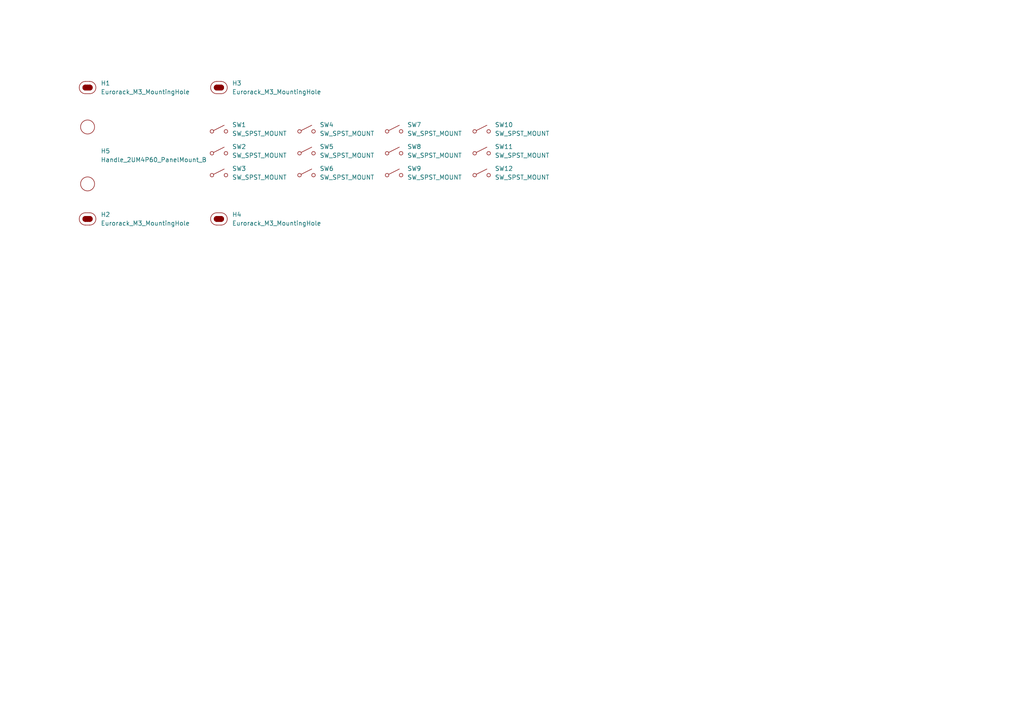
<source format=kicad_sch>
(kicad_sch (version 20250114) (generator "eeschema") (generator_version "9.0")
  (paper "A4")
  (lib_symbols
    (symbol "EXC:Eurorack_M3_MountingHole" (pin_names (offset 1.016))
      (property "Reference" "H" (at 0 5.08 0))
      (property "Value" "Eurorack_M3_MountingHole" (at 0 3.175 0))
      (symbol "Eurorack_M3_MountingHole_0_1"
        (polyline (pts (xy -0.635 0.762) (xy 0.635 0.762)))
        (circle (center -0.635 0) (radius 0.762) (fill (type outline)))
        (arc (start -0.635 -0.762) (mid -1.397 0) (end -0.635 0.762))
        (arc (start -0.635 -1.778) (mid -2.413 0) (end -0.635 1.778))
        (polyline (pts (xy -0.635 -0.762) (xy 0.635 -0.762)))
        (polyline (pts (xy -0.635 -1.778) (xy 0.635 -1.778)))
        (circle (center 0 0) (radius 0.762) (fill (type outline)))
        (polyline (pts (xy 0.635 1.778) (xy -0.635 1.778)))
        (arc (start 0.6141 1.778) (mid 2.4131 0) (end 0.6141 -1.778))
        (arc (start 0.6227 0.762) (mid 1.3971 0) (end 0.6227 -0.762))
        (circle (center 0.635 0) (radius 0.762) (fill (type outline)))
      )
    )
    (symbol "EXC:Handle_2UM4P60_B"
      (property "Reference" "H" (at 0 -3.302 0))
      (property "Value" "Handle_2UM4P60_PanelMount_B" (at 0.254 -21.336 0))
      (symbol "Handle_2UM4P60_B_0_1"
        (circle (center 0 0) (radius 2.032))
        (circle (center 0 -16.51) (radius 2.032))
      )
    )
    (symbol "EXC:SW_SPST-Cherry_Panel_Mount" (pin_names (offset 0) (hide yes))
      (property "Reference" "SW" (at 0 3.175 0))
      (property "Value" "SW_SPST_MOUNT" (at 0 -2.032 0))
      (symbol "SW_SPST-Cherry_Panel_Mount_0_0"
        (circle (center -2.032 0) (radius 0.508))
        (polyline (pts (xy -1.524 0.254) (xy 1.524 1.778)))
        (circle (center 2.032 0) (radius 0.508))
      )
    )
  )
  (symbol (lib_id "EXC:SW_SPST-Cherry_Panel_Mount") (at 88.9 38.1 0) (unit 1)
    (property "Reference" "SW4" (at 92.71 36.1949 0) (effects (justify left)))
    (property "Value" "SW_SPST_MOUNT" (at 92.71 38.7349 0) (effects (justify left)))
    (property "Footprint" "EXC:SW_Cherry_MX_1.00u_Mount" (effects (hide yes)))
    (property "Datasheet" "https://hirosarts.com/blog/keycap-dimensions-guide-for-beginners/" (effects (hide yes)))
    (property "Description" "Single Pole Single Throw (SPST) panel-mount switch" (effects (hide yes)))
    (property "Source" "https://www.adafruit.com/product/4954" (effects (hide yes)))
  )
  (symbol (lib_id "EXC:SW_SPST-Cherry_Panel_Mount") (at 88.9 44.45 0) (unit 1)
    (property "Reference" "SW5" (at 92.71 42.5449 0) (effects (justify left)))
    (property "Value" "SW_SPST_MOUNT" (at 92.71 45.0849 0) (effects (justify left)))
    (property "Footprint" "EXC:SW_Cherry_MX_1.00u_Mount" (effects (hide yes)))
    (property "Datasheet" "https://hirosarts.com/blog/keycap-dimensions-guide-for-beginners/" (effects (hide yes)))
    (property "Description" "Single Pole Single Throw (SPST) panel-mount switch" (effects (hide yes)))
    (property "Source" "https://www.adafruit.com/product/4954" (effects (hide yes)))
  )
  (symbol (lib_id "EXC:SW_SPST-Cherry_Panel_Mount") (at 63.5 50.8 0) (unit 1)
    (property "Reference" "SW3" (at 67.31 48.8949 0) (effects (justify left)))
    (property "Value" "SW_SPST_MOUNT" (at 67.31 51.4349 0) (effects (justify left)))
    (property "Footprint" "EXC:SW_Cherry_MX_1.00u_Mount" (effects (hide yes)))
    (property "Datasheet" "https://hirosarts.com/blog/keycap-dimensions-guide-for-beginners/" (effects (hide yes)))
    (property "Description" "Single Pole Single Throw (SPST) panel-mount switch" (effects (hide yes)))
    (property "Source" "https://www.adafruit.com/product/4954" (effects (hide yes)))
  )
  (symbol (lib_id "EXC:Handle_2UM4P60_B") (at 25.4 36.83 0) (unit 1)
    (property "Reference" "H5" (at 29.21 43.8149 0) (effects (justify left)))
    (property "Value" "Handle_2UM4P60_PanelMount_B" (at 29.21 46.3549 0) (effects (justify left)))
    (property "Footprint" "EXC:Handle_2UM4P60_B" (effects (hide yes)))
    (property "Datasheet" "https://ae-pic-a1.aliexpress-media.com/kf/Sbae1622782804f9f92841f71c2bff088U.jpg" (effects (hide yes)))
    (property "Description" "The part of the handle that has the holes for the screws' heads" (effects (hide yes)))
    (property "Source" "https://www.aliexpress.com/item/1005007166949940.html" (effects (hide yes)))
  )
  (symbol (lib_id "EXC:SW_SPST-Cherry_Panel_Mount") (at 63.5 38.1 0) (unit 1)
    (property "Reference" "SW1" (at 67.31 36.1949 0) (effects (justify left)))
    (property "Value" "SW_SPST_MOUNT" (at 67.31 38.7349 0) (effects (justify left)))
    (property "Footprint" "EXC:SW_Cherry_MX_1.00u_Mount" (effects (hide yes)))
    (property "Datasheet" "https://hirosarts.com/blog/keycap-dimensions-guide-for-beginners/" (effects (hide yes)))
    (property "Description" "Single Pole Single Throw (SPST) panel-mount switch" (effects (hide yes)))
    (property "Source" "https://www.adafruit.com/product/4954" (effects (hide yes)))
  )
  (symbol (lib_id "EXC:SW_SPST-Cherry_Panel_Mount") (at 139.7 44.45 0) (unit 1)
    (property "Reference" "SW11" (at 143.51 42.5449 0) (effects (justify left)))
    (property "Value" "SW_SPST_MOUNT" (at 143.51 45.0849 0) (effects (justify left)))
    (property "Footprint" "EXC:SW_Cherry_MX_1.00u_Mount" (effects (hide yes)))
    (property "Datasheet" "https://hirosarts.com/blog/keycap-dimensions-guide-for-beginners/" (effects (hide yes)))
    (property "Description" "Single Pole Single Throw (SPST) panel-mount switch" (effects (hide yes)))
    (property "Source" "https://www.adafruit.com/product/4954" (effects (hide yes)))
  )
  (symbol (lib_id "EXC:SW_SPST-Cherry_Panel_Mount") (at 63.5 44.45 0) (unit 1)
    (property "Reference" "SW2" (at 67.31 42.5449 0) (effects (justify left)))
    (property "Value" "SW_SPST_MOUNT" (at 67.31 45.0849 0) (effects (justify left)))
    (property "Footprint" "EXC:SW_Cherry_MX_1.00u_Mount" (effects (hide yes)))
    (property "Datasheet" "https://hirosarts.com/blog/keycap-dimensions-guide-for-beginners/" (effects (hide yes)))
    (property "Description" "Single Pole Single Throw (SPST) panel-mount switch" (effects (hide yes)))
    (property "Source" "https://www.adafruit.com/product/4954" (effects (hide yes)))
  )
  (symbol (lib_id "EXC:SW_SPST-Cherry_Panel_Mount") (at 114.3 50.8 0) (unit 1)
    (property "Reference" "SW9" (at 118.11 48.8949 0) (effects (justify left)))
    (property "Value" "SW_SPST_MOUNT" (at 118.11 51.4349 0) (effects (justify left)))
    (property "Footprint" "EXC:SW_Cherry_MX_1.00u_Mount" (effects (hide yes)))
    (property "Datasheet" "https://hirosarts.com/blog/keycap-dimensions-guide-for-beginners/" (effects (hide yes)))
    (property "Description" "Single Pole Single Throw (SPST) panel-mount switch" (effects (hide yes)))
    (property "Source" "https://www.adafruit.com/product/4954" (effects (hide yes)))
  )
  (symbol (lib_id "EXC:SW_SPST-Cherry_Panel_Mount") (at 114.3 38.1 0) (unit 1)
    (property "Reference" "SW7" (at 118.11 36.1949 0) (effects (justify left)))
    (property "Value" "SW_SPST_MOUNT" (at 118.11 38.7349 0) (effects (justify left)))
    (property "Footprint" "EXC:SW_Cherry_MX_1.00u_Mount" (effects (hide yes)))
    (property "Datasheet" "https://hirosarts.com/blog/keycap-dimensions-guide-for-beginners/" (effects (hide yes)))
    (property "Description" "Single Pole Single Throw (SPST) panel-mount switch" (effects (hide yes)))
    (property "Source" "https://www.adafruit.com/product/4954" (effects (hide yes)))
  )
  (symbol (lib_id "EXC:Eurorack_M3_MountingHole") (at 25.4 63.5 0) (unit 1)
    (property "Reference" "H2" (at 29.21 62.2299 0) (effects (justify left)))
    (property "Value" "Eurorack_M3_MountingHole" (at 29.21 64.7699 0) (effects (justify left)))
    (property "Footprint" "EXC:MountingHole_3.2mm_M3" (effects (hide yes)))
    (property "Description" "Mounting Hole without connection" (effects (hide yes)))
  )
  (symbol (lib_id "EXC:SW_SPST-Cherry_Panel_Mount") (at 114.3 44.45 0) (unit 1)
    (property "Reference" "SW8" (at 118.11 42.5449 0) (effects (justify left)))
    (property "Value" "SW_SPST_MOUNT" (at 118.11 45.0849 0) (effects (justify left)))
    (property "Footprint" "EXC:SW_Cherry_MX_1.00u_Mount" (effects (hide yes)))
    (property "Datasheet" "https://hirosarts.com/blog/keycap-dimensions-guide-for-beginners/" (effects (hide yes)))
    (property "Description" "Single Pole Single Throw (SPST) panel-mount switch" (effects (hide yes)))
    (property "Source" "https://www.adafruit.com/product/4954" (effects (hide yes)))
  )
  (symbol (lib_id "EXC:Eurorack_M3_MountingHole") (at 63.5 25.4 0) (unit 1)
    (property "Reference" "H3" (at 67.31 24.1299 0) (effects (justify left)))
    (property "Value" "Eurorack_M3_MountingHole" (at 67.31 26.6699 0) (effects (justify left)))
    (property "Footprint" "EXC:MountingHole_3.2mm_M3" (effects (hide yes)))
    (property "Description" "Mounting Hole without connection" (effects (hide yes)))
  )
  (symbol (lib_id "EXC:SW_SPST-Cherry_Panel_Mount") (at 139.7 38.1 0) (unit 1)
    (property "Reference" "SW10" (at 143.51 36.1949 0) (effects (justify left)))
    (property "Value" "SW_SPST_MOUNT" (at 143.51 38.7349 0) (effects (justify left)))
    (property "Footprint" "EXC:SW_Cherry_MX_1.00u_Mount" (effects (hide yes)))
    (property "Datasheet" "https://hirosarts.com/blog/keycap-dimensions-guide-for-beginners/" (effects (hide yes)))
    (property "Description" "Single Pole Single Throw (SPST) panel-mount switch" (effects (hide yes)))
    (property "Source" "https://www.adafruit.com/product/4954" (effects (hide yes)))
  )
  (symbol (lib_id "EXC:Eurorack_M3_MountingHole") (at 25.4 25.4 0) (unit 1)
    (property "Reference" "H1" (at 29.21 24.1299 0) (effects (justify left)))
    (property "Value" "Eurorack_M3_MountingHole" (at 29.21 26.6699 0) (effects (justify left)))
    (property "Footprint" "EXC:MountingHole_3.2mm_M3" (effects (hide yes)))
    (property "Description" "Mounting Hole without connection" (effects (hide yes)))
  )
  (symbol (lib_id "EXC:SW_SPST-Cherry_Panel_Mount") (at 139.7 50.8 0) (unit 1)
    (property "Reference" "SW12" (at 143.51 48.8949 0) (effects (justify left)))
    (property "Value" "SW_SPST_MOUNT" (at 143.51 51.4349 0) (effects (justify left)))
    (property "Footprint" "EXC:SW_Cherry_MX_1.00u_Mount" (effects (hide yes)))
    (property "Datasheet" "https://hirosarts.com/blog/keycap-dimensions-guide-for-beginners/" (effects (hide yes)))
    (property "Description" "Single Pole Single Throw (SPST) panel-mount switch" (effects (hide yes)))
    (property "Source" "https://www.adafruit.com/product/4954" (effects (hide yes)))
  )
  (symbol (lib_id "EXC:SW_SPST-Cherry_Panel_Mount") (at 88.9 50.8 0) (unit 1)
    (property "Reference" "SW6" (at 92.71 48.8949 0) (effects (justify left)))
    (property "Value" "SW_SPST_MOUNT" (at 92.71 51.4349 0) (effects (justify left)))
    (property "Footprint" "EXC:SW_Cherry_MX_1.00u_Mount" (effects (hide yes)))
    (property "Datasheet" "https://hirosarts.com/blog/keycap-dimensions-guide-for-beginners/" (effects (hide yes)))
    (property "Description" "Single Pole Single Throw (SPST) panel-mount switch" (effects (hide yes)))
    (property "Source" "https://www.adafruit.com/product/4954" (effects (hide yes)))
  )
  (symbol (lib_id "EXC:Eurorack_M3_MountingHole") (at 63.5 63.5 0) (unit 1)
    (property "Reference" "H4" (at 67.31 62.2299 0) (effects (justify left)))
    (property "Value" "Eurorack_M3_MountingHole" (at 67.31 64.7699 0) (effects (justify left)))
    (property "Footprint" "EXC:MountingHole_3.2mm_M3" (effects (hide yes)))
    (property "Description" "Mounting Hole without connection" (effects (hide yes)))
  )
)
</source>
